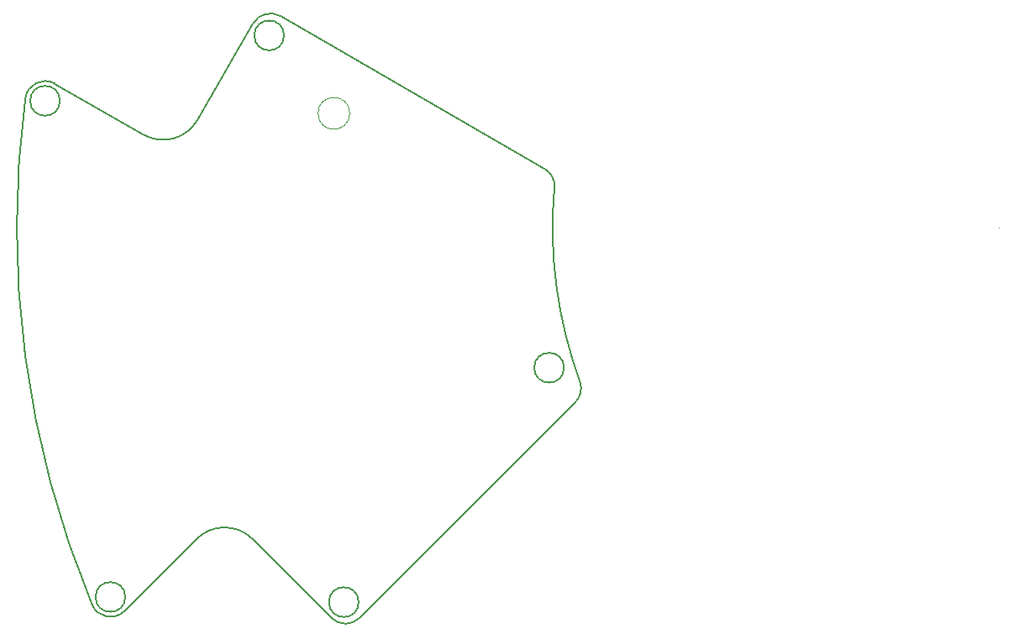
<source format=gbr>
%TF.GenerationSoftware,KiCad,Pcbnew,(6.0.5)*%
%TF.CreationDate,2022-10-17T22:26:45+09:00*%
%TF.ProjectId,kikker_PSU,6b696b6b-6572-45f5-9053-552e6b696361,rev?*%
%TF.SameCoordinates,Original*%
%TF.FileFunction,Profile,NP*%
%FSLAX46Y46*%
G04 Gerber Fmt 4.6, Leading zero omitted, Abs format (unit mm)*
G04 Created by KiCad (PCBNEW (6.0.5)) date 2022-10-17 22:26:45*
%MOMM*%
%LPD*%
G01*
G04 APERTURE LIST*
%TA.AperFunction,Profile*%
%ADD10C,0.200000*%
%TD*%
%TA.AperFunction,Profile*%
%ADD11C,0.100050*%
%TD*%
%TA.AperFunction,Profile*%
%ADD12C,0.120000*%
%TD*%
G04 APERTURE END LIST*
D10*
X148274084Y-69625890D02*
G75*
G03*
X145542000Y-70358000I-999984J-1732110D01*
G01*
X132563108Y-129608731D02*
X139822299Y-122349539D01*
X174905194Y-85001447D02*
X148274050Y-69625949D01*
X175897114Y-86913093D02*
G75*
G03*
X178470120Y-106457016I44818186J-4040907D01*
G01*
X148649050Y-71574506D02*
G75*
G03*
X148649050Y-71574506I-1500000J0D01*
G01*
X132648894Y-128194517D02*
G75*
G03*
X132648894Y-128194517I-1500000J0D01*
G01*
X156262532Y-130304490D02*
X178006770Y-108560253D01*
X178006733Y-108560216D02*
G75*
G03*
X178470120Y-106457016I-1414133J1414216D01*
G01*
X145542000Y-70358000D02*
X139917000Y-80100786D01*
X122579703Y-77900201D02*
G75*
G03*
X129302164Y-128962363I98135597J-13053799D01*
G01*
X134452898Y-81564887D02*
X125562240Y-76431864D01*
X175897119Y-86913093D02*
G75*
G03*
X174905194Y-85001447I-1991919J179593D01*
G01*
X156171542Y-128713500D02*
G75*
G03*
X156171542Y-128713500I-1500000J0D01*
G01*
X145479153Y-122349539D02*
G75*
G03*
X139822299Y-122349539I-2828427J-2828426D01*
G01*
X129302168Y-128962362D02*
G75*
G03*
X132563108Y-129608731I1846732J767862D01*
G01*
X145479153Y-122349539D02*
X153434105Y-130304490D01*
X125562215Y-76431907D02*
G75*
G03*
X122579703Y-77900201I-1000015J-1731993D01*
G01*
X153434105Y-130304490D02*
G75*
G03*
X156262532Y-130304490I1414214J1414211D01*
G01*
D11*
X220765340Y-90953998D02*
G75*
G03*
X220765340Y-90953998I-50025J0D01*
G01*
D10*
X126062240Y-78163914D02*
G75*
G03*
X126062240Y-78163914I-1500000J0D01*
G01*
X176863272Y-105076400D02*
G75*
G03*
X176863272Y-105076400I-1500000J0D01*
G01*
X134452896Y-81564890D02*
G75*
G03*
X139917000Y-80100786I2000004J3464090D01*
G01*
D12*
%TO.C,Q1*%
X155270000Y-79431000D02*
G75*
G03*
X155270000Y-79431000I-1600000J0D01*
G01*
%TD*%
M02*

</source>
